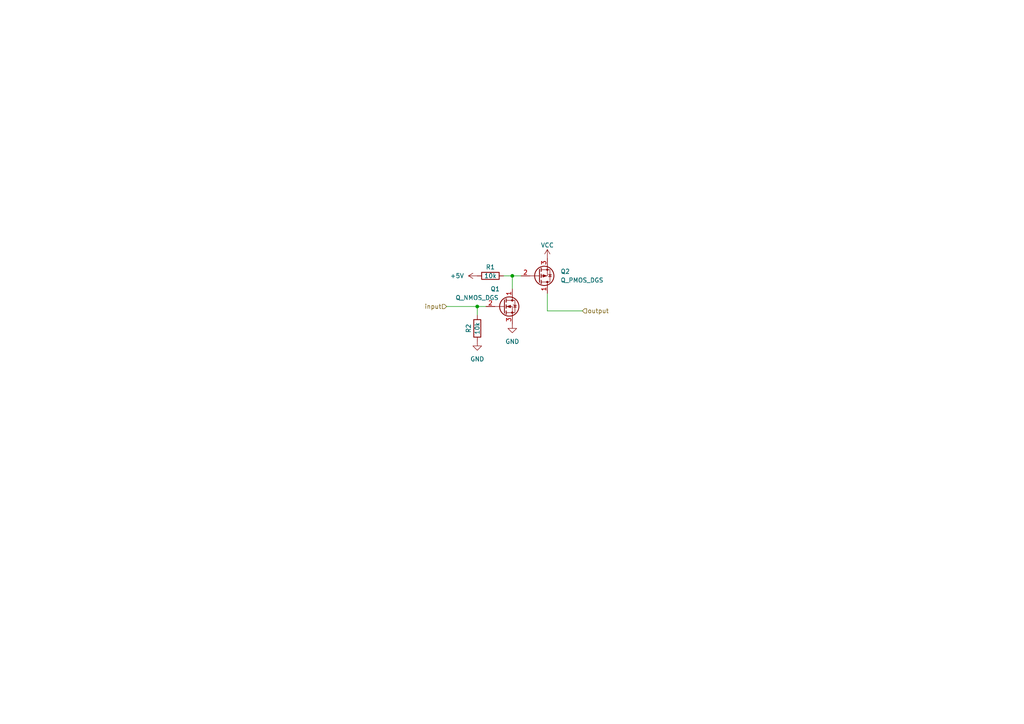
<source format=kicad_sch>
(kicad_sch (version 20230121) (generator eeschema)
  (paper "A4")
  (lib_symbols
    (symbol "Device:Q_NMOS_DGS" (pin_names (offset 0) hide)
      (property "Reference" "Q" (at 5.08 1.27 0))
      (property "Value" "Q_NMOS_DGS" (at 5.08 -1.27 0))
      (symbol "Q_NMOS_DGS_0_1"
        (polyline (pts (xy 0.254 0) (xy -2.54 0)))
        (polyline (pts (xy 0.254 1.905) (xy 0.254 -1.905)) (stroke (width 0.254)))
        (polyline (pts (xy 0.762 -1.27) (xy 0.762 -2.286)) (stroke (width 0.254)))
        (polyline (pts (xy 0.762 0.508) (xy 0.762 -0.508)) (stroke (width 0.254)))
        (polyline (pts (xy 0.762 2.286) (xy 0.762 1.27)) (stroke (width 0.254)))
        (polyline (pts (xy 2.54 2.54) (xy 2.54 1.778)))
        (polyline (pts (xy 2.54 -2.54) (xy 2.54 0) (xy 0.762 0)))
        (polyline (pts (xy 0.762 -1.778) (xy 3.302 -1.778) (xy 3.302 1.778) (xy 0.762 1.778)))
        (polyline (pts (xy 1.016 0) (xy 2.032 0.381) (xy 2.032 -0.381) (xy 1.016 0)) (fill (type outline)))
        (polyline (pts (xy 2.794 0.508) (xy 2.921 0.381) (xy 3.683 0.381) (xy 3.81 0.254)))
        (polyline (pts (xy 3.302 0.381) (xy 2.921 -0.254) (xy 3.683 -0.254) (xy 3.302 0.381)))
        (circle (center 1.651 0) (radius 2.794) (stroke (width 0.254)))
        (circle (center 2.54 -1.778) (radius 0.254) (fill (type outline)))
        (circle (center 2.54 1.778) (radius 0.254) (fill (type outline)))
      )
      (symbol "Q_NMOS_DGS_1_1"
        (pin passive line (at 2.54 5.08 270) (length 2.54) (name "D") (number "1"))
        (pin input line (at -5.08 0 0) (length 2.54) (name "G") (number "2"))
        (pin passive line (at 2.54 -5.08 90) (length 2.54) (name "S") (number "3"))
      )
    )
    (symbol "Device:Q_PMOS_DGS" (pin_names (offset 0) hide)
      (property "Reference" "Q" (at 5.08 1.27 0))
      (property "Value" "Q_PMOS_DGS" (at 5.08 -1.27 0))
      (symbol "Q_PMOS_DGS_0_1"
        (polyline (pts (xy 0.254 0) (xy -2.54 0)))
        (polyline (pts (xy 0.254 1.905) (xy 0.254 -1.905)) (stroke (width 0.254)))
        (polyline (pts (xy 0.762 -1.27) (xy 0.762 -2.286)) (stroke (width 0.254)))
        (polyline (pts (xy 0.762 0.508) (xy 0.762 -0.508)) (stroke (width 0.254)))
        (polyline (pts (xy 0.762 2.286) (xy 0.762 1.27)) (stroke (width 0.254)))
        (polyline (pts (xy 2.54 2.54) (xy 2.54 1.778)))
        (polyline (pts (xy 2.54 -2.54) (xy 2.54 0) (xy 0.762 0)))
        (polyline (pts (xy 0.762 1.778) (xy 3.302 1.778) (xy 3.302 -1.778) (xy 0.762 -1.778)))
        (polyline (pts (xy 2.286 0) (xy 1.27 0.381) (xy 1.27 -0.381) (xy 2.286 0)) (fill (type outline)))
        (polyline (pts (xy 2.794 -0.508) (xy 2.921 -0.381) (xy 3.683 -0.381) (xy 3.81 -0.254)))
        (polyline (pts (xy 3.302 -0.381) (xy 2.921 0.254) (xy 3.683 0.254) (xy 3.302 -0.381)))
        (circle (center 1.651 0) (radius 2.794) (stroke (width 0.254)))
        (circle (center 2.54 -1.778) (radius 0.254) (fill (type outline)))
        (circle (center 2.54 1.778) (radius 0.254) (fill (type outline)))
      )
      (symbol "Q_PMOS_DGS_1_1"
        (pin passive line (at 2.54 5.08 270) (length 2.54) (name "D") (number "1"))
        (pin input line (at -5.08 0 0) (length 2.54) (name "G") (number "2"))
        (pin passive line (at 2.54 -5.08 90) (length 2.54) (name "S") (number "3"))
      )
    )
    (symbol "Device:R" (pin_numbers hide) (pin_names (offset 0))
      (property "Reference" "R" (at 2.032 0 90))
      (property "Value" "R" (at 0 0 90))
      (symbol "R_0_1"
        (rectangle (start -1.016 -2.54) (end 1.016 2.54) (stroke (width 0.254)))
      )
      (symbol "R_1_1"
        (pin passive line (at 0 3.81 270) (length 1.27) (name "~") (number "1"))
        (pin passive line (at 0 -3.81 90) (length 1.27) (name "~") (number "2"))
      )
    )
    (symbol "power:+5V" (power) (pin_names (offset 0))
      (property "Value" "+5V" (at 0 3.556 0))
      (symbol "+5V_0_1"
        (polyline (pts (xy -0.762 1.27) (xy 0 2.54)))
        (polyline (pts (xy 0 0) (xy 0 2.54)))
        (polyline (pts (xy 0 2.54) (xy 0.762 1.27)))
      )
      (symbol "+5V_1_1"
        (pin power_in line (at 0 0 90) (length 0) hide (name "+5V") (number "1"))
      )
    )
    (symbol "power:GND" (power) (pin_names (offset 0))
      (property "Value" "GND" (at 0 -3.81 0))
      (symbol "GND_0_1"
        (polyline (pts (xy 0 0) (xy 0 -1.27) (xy 1.27 -1.27) (xy 0 -2.54) (xy -1.27 -1.27) (xy 0 -1.27)))
      )
      (symbol "GND_1_1"
        (pin power_in line (at 0 0 270) (length 0) hide (name "GND") (number "1"))
      )
    )
    (symbol "power:VCC" (power) (pin_names (offset 0))
      (property "Value" "VCC" (at 0 3.81 0))
      (symbol "VCC_0_1"
        (polyline (pts (xy -0.762 1.27) (xy 0 2.54)))
        (polyline (pts (xy 0 0) (xy 0 2.54)))
        (polyline (pts (xy 0 2.54) (xy 0.762 1.27)))
      )
      (symbol "VCC_1_1"
        (pin power_in line (at 0 0 90) (length 0) hide (name "VCC") (number "1"))
      )
    )
  )
  (junction (at 138.43 88.9))
  (junction (at 148.59 80.01))
  (wire (pts (xy 140.97 88.9) (xy 138.43 88.9)))
  (wire (pts (xy 148.59 80.01) (xy 148.59 83.82)))
  (wire (pts (xy 138.43 88.9) (xy 138.43 91.44)))
  (wire (pts (xy 158.75 85.09) (xy 158.75 90.17)))
  (wire (pts (xy 151.13 80.01) (xy 148.59 80.01)))
  (wire (pts (xy 146.05 80.01) (xy 148.59 80.01)))
  (wire (pts (xy 158.75 90.17) (xy 168.91 90.17)))
  (wire (pts (xy 129.54 88.9) (xy 138.43 88.9)))
  (hierarchical_label "input" (shape input) (at 129.54 88.9 180))
  (hierarchical_label "output" (shape input) (at 168.91 90.17 0))
  (symbol (lib_id "power:+5V") (at 138.43 80.01 90) (unit 1)
    (property "Reference" "#PWR07" (effects hide))
    (property "Value" "+5V" (at 134.62 80.01 90) (effects (justify left)))
    (instances (project "SerialControllerBoard" (path "" (reference "#PWR07") (unit 1)) (path "" (reference "#PWR09") (unit 1)) (path "" (reference "#PWR06") (unit 1))))
  )
  (symbol (lib_id "Device:R") (at 138.43 95.25 180) (unit 1)
    (property "Reference" "R2" (at 135.89 95.25 90))
    (property "Value" "10k" (at 138.43 95.25 90))
    (instances (project "SerialControllerBoard" (path "" (reference "R2") (unit 1)) (path "" (reference "R3") (unit 1)) (path "" (reference "R1") (unit 1))))
  )
  (symbol (lib_id "power:GND") (at 148.59 93.98 0) (unit 1)
    (property "Reference" "#PWR05" (effects hide))
    (property "Value" "GND" (at 148.59 99.06 0))
    (instances (project "SerialControllerBoard" (path "" (reference "#PWR05") (unit 1)) (path "" (reference "#PWR011") (unit 1)) (path "" (reference "#PWR08") (unit 1))))
  )
  (symbol (lib_id "Device:Q_PMOS_DGS") (at 156.21 80.01 0) (mirror x) (unit 1)
    (property "Reference" "Q2" (at 162.56 78.74 0) (effects (justify left)))
    (property "Value" "Q_PMOS_DGS" (at 162.56 81.28 0) (effects (justify left)))
    (instances (project "SerialControllerBoard" (path "" (reference "Q2") (unit 1)) (path "" (reference "Q4") (unit 1)) (path "" (reference "Q2") (unit 1))))
  )
  (symbol (lib_id "power:GND") (at 138.43 99.06 0) (unit 1)
    (property "Reference" "#PWR08" (effects hide))
    (property "Value" "GND" (at 138.43 104.14 0))
    (instances (project "SerialControllerBoard" (path "" (reference "#PWR08") (unit 1)) (path "" (reference "#PWR010") (unit 1)) (path "" (reference "#PWR07") (unit 1))))
  )
  (symbol (lib_id "power:VCC") (at 158.75 74.93 0) (unit 1)
    (property "Reference" "#PWR014" (effects hide))
    (property "Value" "VCC" (at 158.75 71.12 0))
    (instances (project "SerialControllerBoard" (path "" (reference "#PWR014") (unit 1)) (path "" (reference "#PWR012") (unit 1)) (path "" (reference "#PWR013") (unit 1))))
  )
  (symbol (lib_id "Device:R") (at 142.24 80.01 90) (unit 1)
    (property "Reference" "R1" (at 142.24 77.47 90))
    (property "Value" "10k" (at 142.24 80.01 90))
    (instances (project "SerialControllerBoard" (path "" (reference "R1") (unit 1)) (path "" (reference "R4") (unit 1)) (path "" (reference "R2") (unit 1))))
  )
  (symbol (lib_id "Device:Q_NMOS_DGS") (at 146.05 88.9 0) (unit 1)
    (property "Reference" "Q1" (at 142.24 83.82 0) (effects (justify left)))
    (property "Value" "Q_NMOS_DGS" (at 132.08 86.36 0) (effects (justify left)))
    (instances (project "SerialControllerBoard" (path "" (reference "Q1") (unit 1)) (path "" (reference "Q3") (unit 1)) (path "" (reference "Q1") (unit 1))))
  )
)
</source>
